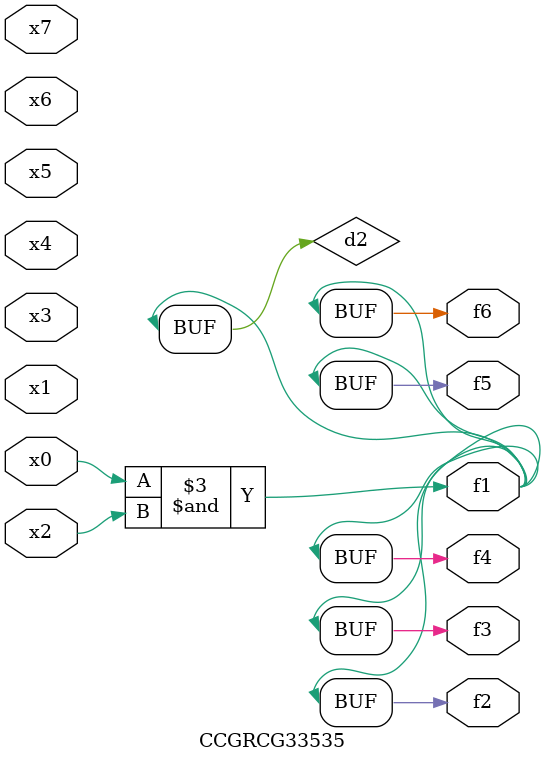
<source format=v>
module CCGRCG33535(
	input x0, x1, x2, x3, x4, x5, x6, x7,
	output f1, f2, f3, f4, f5, f6
);

	wire d1, d2;

	nor (d1, x3, x6);
	and (d2, x0, x2);
	assign f1 = d2;
	assign f2 = d2;
	assign f3 = d2;
	assign f4 = d2;
	assign f5 = d2;
	assign f6 = d2;
endmodule

</source>
